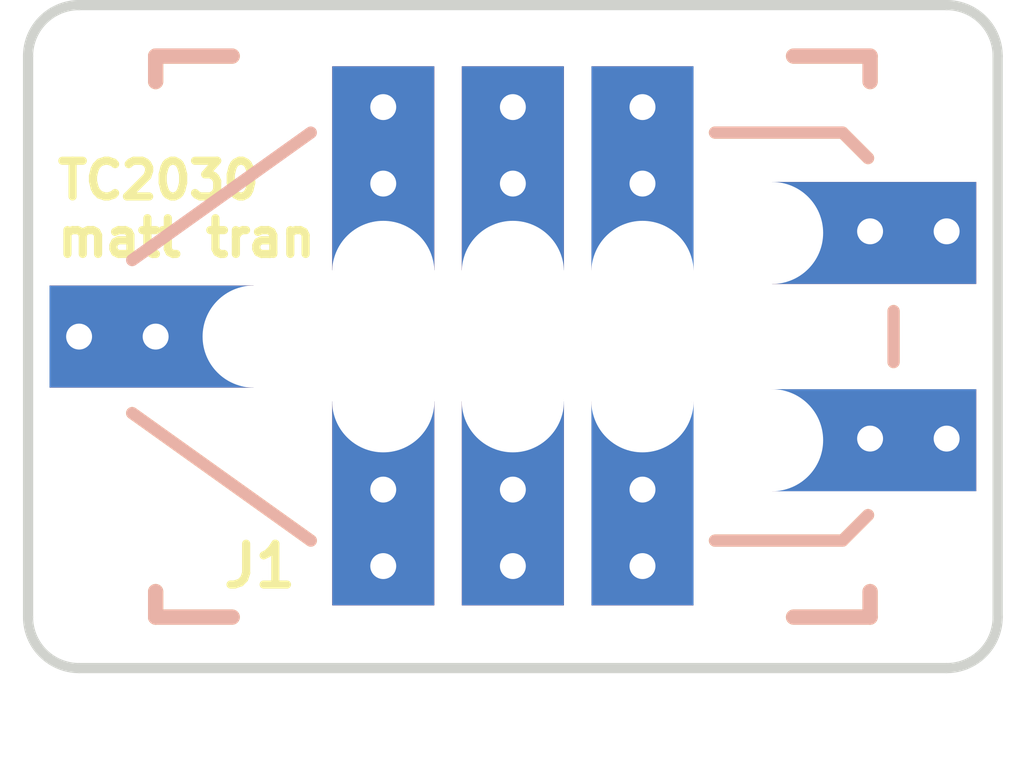
<source format=kicad_pcb>
(kicad_pcb (version 20221018) (generator pcbnew)
  (layers (0 "F.Cu" signal) (31 "B.Cu" signal) (34 "B.Paste" user) (35 "F.Paste" user) (36 "B.SilkS" user "B.Silkscreen") (37 "F.SilkS" user "F.Silkscreen") (38 "B.Mask" user) (39 "F.Mask" user) (44 "Edge.Cuts" user))
  (net 0 "")
  (net 1 "/MP")
  (net 2 "/6")
  (net 3 "/5")
  (net 4 "/4")
  (net 5 "/3")
  (net 6 "/2")
  (net 7 "/1")
  (footprint "Connector:Tag-Connect_TC2050-IDC-NL_2x05_P1.27mm_Vertical" (layer "F.Cu") (at 145.25 105.25)
    (fp_text reference "J1" (at -2.48 2.25) (layer "F.SilkS") (effects (font (size 0.4 0.4) (thickness 0.08))))
    (fp_text value "TC2030")
    (fp_line (start -3.73 -0.75) (end -1.98 -2) (stroke (width 0.12)) (layer "B.SilkS"))
    (fp_line (start -3.5 -2.75) (end -3.5 -2.5) (stroke (width 0.15)) (layer "B.SilkS"))
    (fp_line (start -3.5 -2.75) (end -2.75 -2.75) (stroke (width 0.15)) (layer "B.SilkS"))
    (fp_line (start -3.5 2.75) (end -3.5 2.5) (stroke (width 0.15)) (layer "B.SilkS"))
    (fp_line (start -3.5 2.75) (end -2.75 2.75) (stroke (width 0.15)) (layer "B.SilkS"))
    (fp_line (start -1.98 2) (end -3.73 0.75) (stroke (width 0.12)) (layer "B.SilkS"))
    (fp_line (start 1.98 -2) (end 3.23 -2) (stroke (width 0.12)) (layer "B.SilkS"))
    (fp_line (start 3.23 -2) (end 3.48 -1.75) (stroke (width 0.12)) (layer "B.SilkS"))
    (fp_line (start 3.23 2) (end 1.98 2) (stroke (width 0.12)) (layer "B.SilkS"))
    (fp_line (start 3.23 2) (end 3.48 1.75) (stroke (width 0.12)) (layer "B.SilkS"))
    (fp_line (start 3.5 -2.75) (end 2.75 -2.75) (stroke (width 0.15)) (layer "B.SilkS"))
    (fp_line (start 3.5 -2.75) (end 3.5 -2.5) (stroke (width 0.15)) (layer "B.SilkS"))
    (fp_line (start 3.5 2.75) (end 2.75 2.75) (stroke (width 0.15)) (layer "B.SilkS"))
    (fp_line (start 3.5 2.75) (end 3.5 2.5) (stroke (width 0.15)) (layer "B.SilkS"))
    (fp_line (start 3.73 -0.25) (end 3.73 0.25) (stroke (width 0.12)) (layer "B.SilkS"))
    (fp_line (start -3.5 -2.75) (end -3.5 -2.5) (stroke (width 0.15)) (layer "F.SilkS"))
    (fp_line (start -3.5 -2.75) (end -2.75 -2.75) (stroke (width 0.15)) (layer "F.SilkS"))
    (fp_line (start -3.5 2.75) (end -3.5 2.5) (stroke (width 0.15)) (layer "F.SilkS"))
    (fp_line (start -3.5 2.75) (end -2.75 2.75) (stroke (width 0.15)) (layer "F.SilkS"))
    (fp_line (start -1.98 2) (end -3.73 0.75) (stroke (width 0.12)) (layer "F.SilkS"))
    (fp_line (start 1.98 -2) (end 3.23 -2) (stroke (width 0.12)) (layer "F.SilkS"))
    (fp_line (start 3.23 -2) (end 3.48 -1.75) (stroke (width 0.12)) (layer "F.SilkS"))
    (fp_line (start 3.23 2) (end 1.98 2) (stroke (width 0.12)) (layer "F.SilkS"))
    (fp_line (start 3.23 2) (end 3.48 1.75) (stroke (width 0.12)) (layer "F.SilkS"))
    (fp_line (start 3.5 -2.75) (end 2.75 -2.75) (stroke (width 0.15)) (layer "F.SilkS"))
    (fp_line (start 3.5 -2.75) (end 3.5 -2.5) (stroke (width 0.15)) (layer "F.SilkS"))
    (fp_line (start 3.5 2.75) (end 2.75 2.75) (stroke (width 0.15)) (layer "F.SilkS"))
    (fp_line (start 3.5 2.75) (end 3.5 2.5) (stroke (width 0.15)) (layer "F.SilkS"))
    (fp_line (start 3.73 -0.25) (end 3.73 0.25) (stroke (width 0.12)) (layer "F.SilkS"))
    (pad "" np_thru_hole circle (at -2.54 0) (size 1 1) (drill 1) (layers "F&B.Cu" "*.Mask"))
    (pad "" np_thru_hole circle (at -1.27 -0.635) (size 1 1) (drill 1) (layers "F&B.Cu" "*.Mask"))
    (pad "" np_thru_hole circle (at -1.27 0.635) (size 1 1) (drill 1) (layers "F&B.Cu" "*.Mask"))
    (pad "" np_thru_hole circle (at 0 -0.635) (size 1 1) (drill 1) (layers "F&B.Cu" "*.Mask"))
    (pad "" np_thru_hole circle (at 0 0.635) (size 1 1) (drill 1) (layers "F&B.Cu" "*.Mask"))
    (pad "" np_thru_hole circle (at 1.27 -0.635) (size 1 1) (drill 1) (layers "F&B.Cu" "*.Mask"))
    (pad "" np_thru_hole circle (at 1.27 0.635) (size 1 1) (drill 1) (layers "F&B.Cu" "*.Mask"))
    (pad "" np_thru_hole circle (at 2.54 -1.016) (size 1 1) (drill 1) (layers "F&B.Cu" "*.Mask"))
    (pad "" np_thru_hole circle (at 2.54 1.016) (size 1 1) (drill 1) (layers "F&B.Cu" "*.Mask"))
    (pad "1" smd rect (at -1.27 1.635 90) (size 2 1) (layers "F.Cu" "F.Paste" "F.Mask") (net 7 "/1"))
    (pad "1" smd rect (at -1.27 1.635 90) (size 2 1) (layers "B.Cu" "B.Paste" "B.Mask") (net 7 "/1"))
    (pad "2" smd rect (at -1.27 -1.65 90) (size 2 1) (layers "F.Cu" "F.Paste" "F.Mask") (net 6 "/2"))
    (pad "2" smd rect (at -1.27 -1.65 90) (size 2 1) (layers "B.Cu" "B.Paste" "B.Mask") (net 6 "/2"))
    (pad "3" smd rect (at 0 1.635 90) (size 2 1) (layers "F.Cu" "F.Paste" "F.Mask") (net 5 "/3"))
    (pad "3" smd rect (at 0 1.635 90) (size 2 1) (layers "B.Cu" "B.Paste" "B.Mask") (net 5 "/3"))
    (pad "4" smd rect (at 0 -1.65 90) (size 2 1) (layers "F.Cu" "F.Paste" "F.Mask") (net 4 "/4"))
    (pad "4" smd rect (at 0 -1.65 90) (size 2 1) (layers "B.Cu" "B.Paste" "B.Mask") (net 4 "/4"))
    (pad "5" smd rect (at 1.27 1.635 90) (size 2 1) (layers "F.Cu" "F.Paste" "F.Mask") (net 3 "/5"))
    (pad "5" smd rect (at 1.27 1.635 90) (size 2 1) (layers "B.Cu" "B.Paste" "B.Mask") (net 3 "/5"))
    (pad "6" smd rect (at 1.27 -1.65 90) (size 2 1) (layers "F.Cu" "F.Paste" "F.Mask") (net 2 "/6"))
    (pad "6" smd rect (at 1.27 -1.65 90) (size 2 1) (layers "B.Cu" "B.Paste" "B.Mask") (net 2 "/6"))
    (pad "MP" smd rect (at -3.54 0 90) (size 1 2) (layers "F.Cu" "F.Paste" "F.Mask") (net 1 "/MP"))
    (pad "MP" smd rect (at -3.54 0 90) (size 1 2) (layers "B.Cu" "B.Paste" "B.Mask") (net 1 "/MP"))
    (pad "MP" smd rect (at 3.54 -1.016 90) (size 1 2) (layers "F.Cu" "F.Paste" "F.Mask") (net 1 "/MP"))
    (pad "MP" smd rect (at 3.54 -1.016 90) (size 1 2) (layers "B.Cu" "B.Paste" "B.Mask") (net 1 "/MP"))
    (pad "MP" smd rect (at 3.54 1.016 90) (size 1 2) (layers "F.Cu" "F.Paste" "F.Mask") (net 1 "/MP"))
    (pad "MP" smd rect (at 3.54 1.016 90) (size 1 2) (layers "B.Cu" "B.Paste" "B.Mask") (net 1 "/MP"))
  )
  (gr_arc (start 149.5 102) (mid 149.853553 102.146447) (end 150 102.5) (stroke (width 0.1)) (layer "Edge.Cuts"))
  (gr_line (start 140.5 102.5) (end 140.5 108) (stroke (width 0.1)) (layer "Edge.Cuts"))
  (gr_arc (start 140.5 102.5) (mid 140.646447 102.146447) (end 141 102) (stroke (width 0.1)) (layer "Edge.Cuts"))
  (gr_arc (start 141 108.5) (mid 140.646447 108.353553) (end 140.5 108) (stroke (width 0.1)) (layer "Edge.Cuts"))
  (gr_line (start 141 108.5) (end 149.5 108.5) (stroke (width 0.1)) (layer "Edge.Cuts"))
  (gr_line (start 150 108) (end 150 102.5) (stroke (width 0.1)) (layer "Edge.Cuts"))
  (gr_arc (start 150 108) (mid 149.853553 108.353553) (end 149.5 108.5) (stroke (width 0.1)) (layer "Edge.Cuts"))
  (gr_line (start 149.5 102) (end 141 102) (stroke (width 0.1)) (layer "Edge.Cuts"))
  (gr_text "TC2030\nmatt tran" (at 140.75 104) (layer "F.SilkS") (effects (font (size 0.35 0.35) (thickness 0.08)) (justify left)))
  (via (at 141 105.25) (size 0.508) (drill 0.254) (layers "F.Cu" "B.Cu") (net 1))
  (via (at 148.75 104.218) (size 0.508) (drill 0.254) (layers "F.Cu" "B.Cu") (net 1))
  (via (at 149.5 104.218) (size 0.508) (drill 0.254) (layers "F.Cu" "B.Cu") (net 1))
  (via (at 149.5 106.25) (size 0.508) (drill 0.254) (layers "F.Cu" "B.Cu") (net 1))
  (via (at 148.75 106.25) (size 0.508) (drill 0.254) (layers "F.Cu" "B.Cu") (net 1))
  (via (at 141.75 105.25) (size 0.508) (drill 0.254) (layers "F.Cu" "B.Cu") (net 1))
  (via (at 146.52 103.75) (size 0.508) (drill 0.254) (layers "F.Cu" "B.Cu") (net 2))
  (via (at 146.52 103) (size 0.508) (drill 0.254) (layers "F.Cu" "B.Cu") (net 2))
  (via (at 146.52 107.5) (size 0.508) (drill 0.254) (layers "F.Cu" "B.Cu") (net 3))
  (via (at 146.52 106.75) (size 0.508) (drill 0.254) (layers "F.Cu" "B.Cu") (net 3))
  (via (at 145.25 103) (size 0.508) (drill 0.254) (layers "F.Cu" "B.Cu") (net 4))
  (via (at 145.25 103.75) (size 0.508) (drill 0.254) (layers "F.Cu" "B.Cu") (net 4))
  (via (at 145.25 106.75) (size 0.508) (drill 0.254) (layers "F.Cu" "B.Cu") (net 5))
  (via (at 145.25 107.5) (size 0.508) (drill 0.254) (layers "F.Cu" "B.Cu") (net 5))
  (via (at 143.98 103) (size 0.508) (drill 0.254) (layers "F.Cu" "B.Cu") (net 6))
  (via (at 143.98 103.75) (size 0.508) (drill 0.254) (layers "F.Cu" "B.Cu") (net 6))
  (via (at 143.98 106.75) (size 0.508) (drill 0.254) (layers "F.Cu" "B.Cu") (net 7))
  (via (at 143.98 107.5) (size 0.508) (drill 0.254) (layers "F.Cu" "B.Cu") (net 7))
)
</source>
